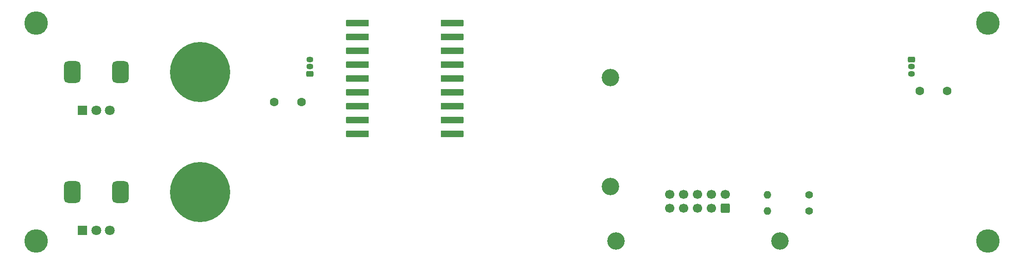
<source format=gbs>
G04 #@! TF.GenerationSoftware,KiCad,Pcbnew,8.0.7*
G04 #@! TF.CreationDate,2025-06-17T21:45:10-04:00*
G04 #@! TF.ProjectId,ESP32_MIDI_Summer25_GTR.kicad_pro,45535033-325f-44d4-9944-495f53756d6d,rev?*
G04 #@! TF.SameCoordinates,Original*
G04 #@! TF.FileFunction,Soldermask,Bot*
G04 #@! TF.FilePolarity,Negative*
%FSLAX46Y46*%
G04 Gerber Fmt 4.6, Leading zero omitted, Abs format (unit mm)*
G04 Created by KiCad (PCBNEW 8.0.7) date 2025-06-17 21:45:10*
%MOMM*%
%LPD*%
G01*
G04 APERTURE LIST*
G04 Aperture macros list*
%AMRoundRect*
0 Rectangle with rounded corners*
0 $1 Rounding radius*
0 $2 $3 $4 $5 $6 $7 $8 $9 X,Y pos of 4 corners*
0 Add a 4 corners polygon primitive as box body*
4,1,4,$2,$3,$4,$5,$6,$7,$8,$9,$2,$3,0*
0 Add four circle primitives for the rounded corners*
1,1,$1+$1,$2,$3*
1,1,$1+$1,$4,$5*
1,1,$1+$1,$6,$7*
1,1,$1+$1,$8,$9*
0 Add four rect primitives between the rounded corners*
20,1,$1+$1,$2,$3,$4,$5,0*
20,1,$1+$1,$4,$5,$6,$7,0*
20,1,$1+$1,$6,$7,$8,$9,0*
20,1,$1+$1,$8,$9,$2,$3,0*%
%AMFreePoly0*
4,1,11,0.558779,3.080902,0.595106,3.030902,0.600000,3.000000,0.600000,-1.000000,-0.600000,-1.000000,-0.600000,3.000000,-0.580902,3.058779,-0.530902,3.095106,-0.500000,3.100000,0.500000,3.100000,0.558779,3.080902,0.558779,3.080902,$1*%
G04 Aperture macros list end*
%ADD10C,3.200000*%
%ADD11C,4.300000*%
%ADD12R,1.800000X1.800000*%
%ADD13C,1.800000*%
%ADD14RoundRect,0.750000X0.750000X-1.250000X0.750000X1.250000X-0.750000X1.250000X-0.750000X-1.250000X0*%
%ADD15O,1.300000X1.050000*%
%ADD16RoundRect,0.249900X0.400100X-0.275100X0.400100X0.275100X-0.400100X0.275100X-0.400100X-0.275100X0*%
%ADD17RoundRect,0.249900X-0.400100X0.275100X-0.400100X-0.275100X0.400100X-0.275100X0.400100X0.275100X0*%
%ADD18C,11.000000*%
%ADD19C,6.800000*%
%ADD20C,1.600000*%
%ADD21C,1.400000*%
%ADD22O,1.400000X1.400000*%
%ADD23FreePoly0,270.000000*%
%ADD24FreePoly0,90.000000*%
%ADD25RoundRect,0.250000X0.600000X-0.600000X0.600000X0.600000X-0.600000X0.600000X-0.600000X-0.600000X0*%
%ADD26C,1.700000*%
G04 APERTURE END LIST*
D10*
X184000000Y-114000000D03*
X154000000Y-114000000D03*
D11*
X222000000Y-114000000D03*
X222000000Y-74000000D03*
X48000000Y-114000000D03*
X48000000Y-74000000D03*
D12*
X56500000Y-112000000D03*
D13*
X59000000Y-112000000D03*
X61500000Y-112000000D03*
D14*
X54600000Y-105000000D03*
X63400000Y-105000000D03*
D10*
X153000000Y-84000000D03*
D15*
X98000000Y-80700000D03*
X98000000Y-82000000D03*
D16*
X98000000Y-83300000D03*
D17*
X208000000Y-80700000D03*
D15*
X208000000Y-82000000D03*
X208000000Y-83300000D03*
D18*
X78000000Y-105000000D03*
D19*
X78000000Y-105000000D03*
D10*
X153000000Y-104000000D03*
D12*
X56500000Y-90000000D03*
D13*
X59000000Y-90000000D03*
X61500000Y-90000000D03*
D14*
X63400000Y-83000000D03*
X54600000Y-82950000D03*
D18*
X78000000Y-83000000D03*
D19*
X78000000Y-83000000D03*
D20*
X209500000Y-86500000D03*
X214500000Y-86500000D03*
D21*
X189310000Y-105500000D03*
D22*
X181690000Y-105500000D03*
D23*
X123000000Y-74000000D03*
X123000000Y-76540000D03*
X123000000Y-79080000D03*
X123000000Y-81620000D03*
X123000000Y-84160000D03*
X123000000Y-86700000D03*
X123000000Y-89240000D03*
X123000000Y-91780000D03*
X123000000Y-94320000D03*
D24*
X107760000Y-94320000D03*
X107760000Y-91780000D03*
X107760000Y-89240000D03*
X107760000Y-86700000D03*
X107760000Y-84160000D03*
X107760000Y-81620000D03*
X107760000Y-79080000D03*
X107760000Y-76540000D03*
X107760000Y-74000000D03*
D20*
X96500000Y-88500000D03*
X91500000Y-88500000D03*
D21*
X189310000Y-108500000D03*
D22*
X181690000Y-108500000D03*
D25*
X174000000Y-108000000D03*
D26*
X174000000Y-105460000D03*
X171460000Y-108000000D03*
X171460000Y-105460000D03*
X168920000Y-108000000D03*
X168920000Y-105460000D03*
X166380000Y-108000000D03*
X166380000Y-105460000D03*
X163840000Y-108000000D03*
X163840000Y-105460000D03*
M02*

</source>
